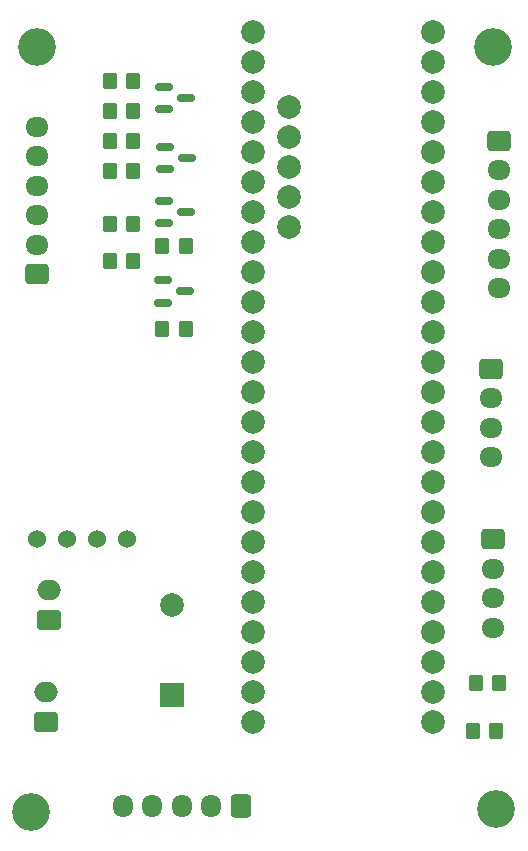
<source format=gbr>
%TF.GenerationSoftware,KiCad,Pcbnew,8.0.2-1*%
%TF.CreationDate,2024-10-23T15:46:43-04:00*%
%TF.ProjectId,Airbrake_ComputeBoard,41697262-7261-46b6-955f-436f6d707574,rev?*%
%TF.SameCoordinates,Original*%
%TF.FileFunction,Soldermask,Top*%
%TF.FilePolarity,Negative*%
%FSLAX46Y46*%
G04 Gerber Fmt 4.6, Leading zero omitted, Abs format (unit mm)*
G04 Created by KiCad (PCBNEW 8.0.2-1) date 2024-10-23 15:46:43*
%MOMM*%
%LPD*%
G01*
G04 APERTURE LIST*
G04 Aperture macros list*
%AMRoundRect*
0 Rectangle with rounded corners*
0 $1 Rounding radius*
0 $2 $3 $4 $5 $6 $7 $8 $9 X,Y pos of 4 corners*
0 Add a 4 corners polygon primitive as box body*
4,1,4,$2,$3,$4,$5,$6,$7,$8,$9,$2,$3,0*
0 Add four circle primitives for the rounded corners*
1,1,$1+$1,$2,$3*
1,1,$1+$1,$4,$5*
1,1,$1+$1,$6,$7*
1,1,$1+$1,$8,$9*
0 Add four rect primitives between the rounded corners*
20,1,$1+$1,$2,$3,$4,$5,0*
20,1,$1+$1,$4,$5,$6,$7,0*
20,1,$1+$1,$6,$7,$8,$9,0*
20,1,$1+$1,$8,$9,$2,$3,0*%
G04 Aperture macros list end*
%ADD10C,3.200000*%
%ADD11RoundRect,0.250000X-0.350000X-0.450000X0.350000X-0.450000X0.350000X0.450000X-0.350000X0.450000X0*%
%ADD12RoundRect,0.250000X0.600000X0.725000X-0.600000X0.725000X-0.600000X-0.725000X0.600000X-0.725000X0*%
%ADD13O,1.700000X1.950000*%
%ADD14C,2.000000*%
%ADD15R,2.000000X2.000000*%
%ADD16RoundRect,0.250000X0.350000X0.450000X-0.350000X0.450000X-0.350000X-0.450000X0.350000X-0.450000X0*%
%ADD17C,1.524000*%
%ADD18RoundRect,0.250000X-0.725000X0.600000X-0.725000X-0.600000X0.725000X-0.600000X0.725000X0.600000X0*%
%ADD19O,1.950000X1.700000*%
%ADD20RoundRect,0.250000X0.750000X-0.600000X0.750000X0.600000X-0.750000X0.600000X-0.750000X-0.600000X0*%
%ADD21O,2.000000X1.700000*%
%ADD22RoundRect,0.150000X-0.587500X-0.150000X0.587500X-0.150000X0.587500X0.150000X-0.587500X0.150000X0*%
%ADD23RoundRect,0.250000X0.725000X-0.600000X0.725000X0.600000X-0.725000X0.600000X-0.725000X-0.600000X0*%
G04 APERTURE END LIST*
D10*
%TO.C,H3*%
X138430000Y-132334000D03*
%TD*%
D11*
%TO.C,R9*%
X145050000Y-73025000D03*
X147050000Y-73025000D03*
%TD*%
D12*
%TO.C,BlueRaven1*%
X156170000Y-131826000D03*
D13*
X153670000Y-131826000D03*
X151170000Y-131826000D03*
X148670000Y-131826000D03*
X146170000Y-131826000D03*
%TD*%
D14*
%TO.C,Teensy4.1*%
X157226000Y-66294000D03*
X157226000Y-68834000D03*
X157226000Y-71374000D03*
X157226000Y-73914000D03*
X157226000Y-76454000D03*
X157226000Y-78994000D03*
X157226000Y-81534000D03*
X157226000Y-84074000D03*
X157226000Y-86614000D03*
X157226000Y-89154000D03*
X157226000Y-91694000D03*
X157226000Y-94234000D03*
X157226000Y-96774000D03*
X157226000Y-99314000D03*
X157226000Y-101854000D03*
X157226000Y-104394000D03*
X157226000Y-106934000D03*
X157226000Y-109474000D03*
X157226000Y-112014000D03*
X157226000Y-114554000D03*
X157226000Y-117094000D03*
X157226000Y-119634000D03*
X157226000Y-122174000D03*
X157226000Y-124714000D03*
X172466000Y-124714000D03*
X172466000Y-122174000D03*
X172466000Y-119634000D03*
X172466000Y-117094000D03*
X172466000Y-114554000D03*
X172466000Y-112014000D03*
X172466000Y-109474000D03*
X172466000Y-106934000D03*
X172466000Y-104394000D03*
X172466000Y-101854000D03*
X172466000Y-99314000D03*
X172466000Y-96774000D03*
X172466000Y-94234000D03*
X172466000Y-91694000D03*
X172466000Y-89154000D03*
X172466000Y-86614000D03*
X172466000Y-84074000D03*
X172466000Y-81534000D03*
X172466000Y-78994000D03*
X172466000Y-76454000D03*
X172466000Y-73914000D03*
X172466000Y-71374000D03*
X172466000Y-68834000D03*
X172466000Y-66294000D03*
X160276000Y-72644000D03*
X160276000Y-75184000D03*
X160276000Y-77724000D03*
X160276000Y-80264000D03*
X160276000Y-82804000D03*
%TD*%
D15*
%TO.C,BZ1*%
X150368000Y-122418000D03*
D14*
X150368000Y-114818000D03*
%TD*%
D16*
%TO.C,R2*%
X177800000Y-125476000D03*
X175800000Y-125476000D03*
%TD*%
D11*
%TO.C,R10*%
X145050000Y-70485000D03*
X147050000Y-70485000D03*
%TD*%
%TO.C,R7*%
X145050000Y-78105000D03*
X147050000Y-78105000D03*
%TD*%
D17*
%TO.C,Buck_Converter1*%
X138938000Y-109220000D03*
X141478000Y-109220000D03*
X144018000Y-109220000D03*
X146558000Y-109220000D03*
%TD*%
D18*
%TO.C,VN-100-1*%
X178054000Y-75518000D03*
D19*
X178054000Y-78018000D03*
X178054000Y-80518000D03*
X178054000Y-83018000D03*
X178054000Y-85518000D03*
X178054000Y-88018000D03*
%TD*%
D20*
%TO.C,PowerSwitch1*%
X139937000Y-116058000D03*
D21*
X139937000Y-113558000D03*
%TD*%
D18*
%TO.C,SensorBoard1*%
X177546000Y-109260000D03*
D19*
X177546000Y-111760000D03*
X177546000Y-114260000D03*
X177546000Y-116760000D03*
%TD*%
D10*
%TO.C,H1*%
X138938000Y-67564000D03*
%TD*%
%TO.C,H4*%
X177800000Y-132080000D03*
%TD*%
D22*
%TO.C,Q4*%
X149636000Y-72832000D03*
X151511000Y-71882000D03*
X149636000Y-70932000D03*
%TD*%
D23*
%TO.C,MotorDriver1*%
X138938000Y-86828000D03*
D19*
X138938000Y-84328000D03*
X138938000Y-81828000D03*
X138938000Y-79328000D03*
X138938000Y-76828000D03*
X138938000Y-74328000D03*
%TD*%
D11*
%TO.C,R8*%
X145050000Y-75565000D03*
X147050000Y-75565000D03*
%TD*%
D18*
%TO.C,MotorEncoder1*%
X177309000Y-94802000D03*
D19*
X177309000Y-97302000D03*
X177309000Y-99802000D03*
X177309000Y-102302000D03*
%TD*%
D22*
%TO.C,Q3*%
X149714500Y-77912000D03*
X151589500Y-76962000D03*
X149714500Y-76012000D03*
%TD*%
D16*
%TO.C,R1*%
X178054000Y-121412000D03*
X176054000Y-121412000D03*
%TD*%
D22*
%TO.C,Q1*%
X149557500Y-89215000D03*
X151432500Y-88265000D03*
X149557500Y-87315000D03*
%TD*%
D11*
%TO.C,R6*%
X145050000Y-82550000D03*
X147050000Y-82550000D03*
%TD*%
%TO.C,R4*%
X145050000Y-85725000D03*
X147050000Y-85725000D03*
%TD*%
D16*
%TO.C,R3*%
X151495000Y-91440000D03*
X149495000Y-91440000D03*
%TD*%
D20*
%TO.C,Battery1*%
X139683000Y-124694000D03*
D21*
X139683000Y-122194000D03*
%TD*%
D16*
%TO.C,R5*%
X151495000Y-84455000D03*
X149495000Y-84455000D03*
%TD*%
D10*
%TO.C,H2*%
X177546000Y-67564000D03*
%TD*%
D22*
%TO.C,Q2*%
X149636000Y-82484000D03*
X151511000Y-81534000D03*
X149636000Y-80584000D03*
%TD*%
M02*

</source>
